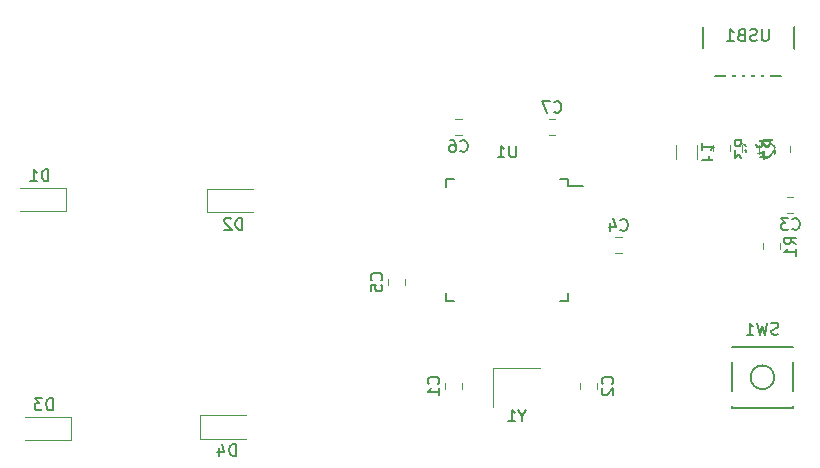
<source format=gbo>
G04 #@! TF.GenerationSoftware,KiCad,Pcbnew,(5.1.4)-1*
G04 #@! TF.CreationDate,2022-10-15T13:05:20-05:00*
G04 #@! TF.ProjectId,ai03-guide,61693033-2d67-4756-9964-652e6b696361,rev?*
G04 #@! TF.SameCoordinates,Original*
G04 #@! TF.FileFunction,Legend,Bot*
G04 #@! TF.FilePolarity,Positive*
%FSLAX46Y46*%
G04 Gerber Fmt 4.6, Leading zero omitted, Abs format (unit mm)*
G04 Created by KiCad (PCBNEW (5.1.4)-1) date 2022-10-15 13:05:20*
%MOMM*%
%LPD*%
G04 APERTURE LIST*
%ADD10C,0.120000*%
%ADD11C,0.150000*%
%ADD12R,1.502000X1.302000*%
%ADD13O,1.802000X2.802000*%
%ADD14R,0.602000X2.352000*%
%ADD15R,0.652000X1.602000*%
%ADD16R,1.602000X0.652000*%
%ADD17R,1.902000X1.202000*%
%ADD18C,0.100000*%
%ADD19C,1.077000*%
%ADD20C,1.852000*%
%ADD21C,2.352000*%
%ADD22C,4.089800*%
%ADD23C,2.352000*%
%ADD24C,1.352000*%
%ADD25R,1.002000X1.302000*%
G04 APERTURE END LIST*
D10*
X86907500Y-117397000D02*
X90907500Y-117397000D01*
X86907500Y-120697000D02*
X86907500Y-117397000D01*
D11*
X104660000Y-87250000D02*
X104660000Y-92700000D01*
X112360000Y-87250000D02*
X112360000Y-92700000D01*
X104660000Y-92700000D02*
X112360000Y-92700000D01*
X93288750Y-102001000D02*
X94563750Y-102001000D01*
X82938750Y-101426000D02*
X83613750Y-101426000D01*
X82938750Y-111776000D02*
X83613750Y-111776000D01*
X93288750Y-111776000D02*
X92613750Y-111776000D01*
X93288750Y-101426000D02*
X92613750Y-101426000D01*
X93288750Y-111776000D02*
X93288750Y-111101000D01*
X82938750Y-111776000D02*
X82938750Y-111101000D01*
X82938750Y-101426000D02*
X82938750Y-102101000D01*
X93288750Y-101426000D02*
X93288750Y-102001000D01*
X107120000Y-120820000D02*
X112320000Y-120820000D01*
X112320000Y-120820000D02*
X112320000Y-115620000D01*
X112320000Y-115620000D02*
X107120000Y-115620000D01*
X107120000Y-115620000D02*
X107120000Y-120820000D01*
X110720000Y-118220000D02*
G75*
G03X110720000Y-118220000I-1000000J0D01*
G01*
D10*
X112090000Y-98661422D02*
X112090000Y-99178578D01*
X110670000Y-98661422D02*
X110670000Y-99178578D01*
X105560000Y-99086078D02*
X105560000Y-98568922D01*
X106980000Y-99086078D02*
X106980000Y-98568922D01*
X108000000Y-99106078D02*
X108000000Y-98588922D01*
X109420000Y-99106078D02*
X109420000Y-98588922D01*
X109772500Y-107398578D02*
X109772500Y-106881422D01*
X111192500Y-107398578D02*
X111192500Y-106881422D01*
X102370000Y-99722064D02*
X102370000Y-98517936D01*
X104190000Y-99722064D02*
X104190000Y-98517936D01*
X62140000Y-123428000D02*
X66040000Y-123428000D01*
X62140000Y-121428000D02*
X66040000Y-121428000D01*
X62140000Y-123428000D02*
X62140000Y-121428000D01*
X51145000Y-121555000D02*
X47245000Y-121555000D01*
X51145000Y-123555000D02*
X47245000Y-123555000D01*
X51145000Y-121555000D02*
X51145000Y-123555000D01*
X62688640Y-104266240D02*
X66588640Y-104266240D01*
X62688640Y-102266240D02*
X66588640Y-102266240D01*
X62688640Y-104266240D02*
X62688640Y-102266240D01*
X50784320Y-102164640D02*
X46884320Y-102164640D01*
X50784320Y-104164640D02*
X46884320Y-104164640D01*
X50784320Y-102164640D02*
X50784320Y-104164640D01*
X92182328Y-97738000D02*
X91665172Y-97738000D01*
X92182328Y-96318000D02*
X91665172Y-96318000D01*
X83727672Y-96318000D02*
X84244828Y-96318000D01*
X83727672Y-97738000D02*
X84244828Y-97738000D01*
X79450000Y-109898922D02*
X79450000Y-110416078D01*
X78030000Y-109898922D02*
X78030000Y-110416078D01*
X97794578Y-107722500D02*
X97277422Y-107722500D01*
X97794578Y-106302500D02*
X97277422Y-106302500D01*
X111833922Y-102922000D02*
X112351078Y-102922000D01*
X111833922Y-104342000D02*
X112351078Y-104342000D01*
X94286000Y-119209078D02*
X94286000Y-118691922D01*
X95706000Y-119209078D02*
X95706000Y-118691922D01*
X84276000Y-118691922D02*
X84276000Y-119209078D01*
X82856000Y-118691922D02*
X82856000Y-119209078D01*
D11*
X89383690Y-121473190D02*
X89383690Y-121949380D01*
X89717023Y-120949380D02*
X89383690Y-121473190D01*
X89050357Y-120949380D01*
X88193214Y-121949380D02*
X88764642Y-121949380D01*
X88478928Y-121949380D02*
X88478928Y-120949380D01*
X88574166Y-121092238D01*
X88669404Y-121187476D01*
X88764642Y-121235095D01*
X110248095Y-88734380D02*
X110248095Y-89543904D01*
X110200476Y-89639142D01*
X110152857Y-89686761D01*
X110057619Y-89734380D01*
X109867142Y-89734380D01*
X109771904Y-89686761D01*
X109724285Y-89639142D01*
X109676666Y-89543904D01*
X109676666Y-88734380D01*
X109248095Y-89686761D02*
X109105238Y-89734380D01*
X108867142Y-89734380D01*
X108771904Y-89686761D01*
X108724285Y-89639142D01*
X108676666Y-89543904D01*
X108676666Y-89448666D01*
X108724285Y-89353428D01*
X108771904Y-89305809D01*
X108867142Y-89258190D01*
X109057619Y-89210571D01*
X109152857Y-89162952D01*
X109200476Y-89115333D01*
X109248095Y-89020095D01*
X109248095Y-88924857D01*
X109200476Y-88829619D01*
X109152857Y-88782000D01*
X109057619Y-88734380D01*
X108819523Y-88734380D01*
X108676666Y-88782000D01*
X107914761Y-89210571D02*
X107771904Y-89258190D01*
X107724285Y-89305809D01*
X107676666Y-89401047D01*
X107676666Y-89543904D01*
X107724285Y-89639142D01*
X107771904Y-89686761D01*
X107867142Y-89734380D01*
X108248095Y-89734380D01*
X108248095Y-88734380D01*
X107914761Y-88734380D01*
X107819523Y-88782000D01*
X107771904Y-88829619D01*
X107724285Y-88924857D01*
X107724285Y-89020095D01*
X107771904Y-89115333D01*
X107819523Y-89162952D01*
X107914761Y-89210571D01*
X108248095Y-89210571D01*
X106724285Y-89734380D02*
X107295714Y-89734380D01*
X107010000Y-89734380D02*
X107010000Y-88734380D01*
X107105238Y-88877238D01*
X107200476Y-88972476D01*
X107295714Y-89020095D01*
X88875654Y-98603380D02*
X88875654Y-99412904D01*
X88828035Y-99508142D01*
X88780416Y-99555761D01*
X88685178Y-99603380D01*
X88494702Y-99603380D01*
X88399464Y-99555761D01*
X88351845Y-99508142D01*
X88304226Y-99412904D01*
X88304226Y-98603380D01*
X87304226Y-99603380D02*
X87875654Y-99603380D01*
X87589940Y-99603380D02*
X87589940Y-98603380D01*
X87685178Y-98746238D01*
X87780416Y-98841476D01*
X87875654Y-98889095D01*
X111053333Y-114560761D02*
X110910476Y-114608380D01*
X110672380Y-114608380D01*
X110577142Y-114560761D01*
X110529523Y-114513142D01*
X110481904Y-114417904D01*
X110481904Y-114322666D01*
X110529523Y-114227428D01*
X110577142Y-114179809D01*
X110672380Y-114132190D01*
X110862857Y-114084571D01*
X110958095Y-114036952D01*
X111005714Y-113989333D01*
X111053333Y-113894095D01*
X111053333Y-113798857D01*
X111005714Y-113703619D01*
X110958095Y-113656000D01*
X110862857Y-113608380D01*
X110624761Y-113608380D01*
X110481904Y-113656000D01*
X110148571Y-113608380D02*
X109910476Y-114608380D01*
X109720000Y-113894095D01*
X109529523Y-114608380D01*
X109291428Y-113608380D01*
X108386666Y-114608380D02*
X108958095Y-114608380D01*
X108672380Y-114608380D02*
X108672380Y-113608380D01*
X108767619Y-113751238D01*
X108862857Y-113846476D01*
X108958095Y-113894095D01*
X110182380Y-98753333D02*
X109706190Y-98420000D01*
X110182380Y-98181904D02*
X109182380Y-98181904D01*
X109182380Y-98562857D01*
X109230000Y-98658095D01*
X109277619Y-98705714D01*
X109372857Y-98753333D01*
X109515714Y-98753333D01*
X109610952Y-98705714D01*
X109658571Y-98658095D01*
X109706190Y-98562857D01*
X109706190Y-98181904D01*
X109515714Y-99610476D02*
X110182380Y-99610476D01*
X109134761Y-99372380D02*
X109849047Y-99134285D01*
X109849047Y-99753333D01*
X108372380Y-98660833D02*
X107896190Y-98327500D01*
X108372380Y-98089404D02*
X107372380Y-98089404D01*
X107372380Y-98470357D01*
X107420000Y-98565595D01*
X107467619Y-98613214D01*
X107562857Y-98660833D01*
X107705714Y-98660833D01*
X107800952Y-98613214D01*
X107848571Y-98565595D01*
X107896190Y-98470357D01*
X107896190Y-98089404D01*
X107372380Y-98994166D02*
X107372380Y-99613214D01*
X107753333Y-99279880D01*
X107753333Y-99422738D01*
X107800952Y-99517976D01*
X107848571Y-99565595D01*
X107943809Y-99613214D01*
X108181904Y-99613214D01*
X108277142Y-99565595D01*
X108324761Y-99517976D01*
X108372380Y-99422738D01*
X108372380Y-99137023D01*
X108324761Y-99041785D01*
X108277142Y-98994166D01*
X110812380Y-98680833D02*
X110336190Y-98347500D01*
X110812380Y-98109404D02*
X109812380Y-98109404D01*
X109812380Y-98490357D01*
X109860000Y-98585595D01*
X109907619Y-98633214D01*
X110002857Y-98680833D01*
X110145714Y-98680833D01*
X110240952Y-98633214D01*
X110288571Y-98585595D01*
X110336190Y-98490357D01*
X110336190Y-98109404D01*
X109907619Y-99061785D02*
X109860000Y-99109404D01*
X109812380Y-99204642D01*
X109812380Y-99442738D01*
X109860000Y-99537976D01*
X109907619Y-99585595D01*
X110002857Y-99633214D01*
X110098095Y-99633214D01*
X110240952Y-99585595D01*
X110812380Y-99014166D01*
X110812380Y-99633214D01*
X112584880Y-106973333D02*
X112108690Y-106640000D01*
X112584880Y-106401904D02*
X111584880Y-106401904D01*
X111584880Y-106782857D01*
X111632500Y-106878095D01*
X111680119Y-106925714D01*
X111775357Y-106973333D01*
X111918214Y-106973333D01*
X112013452Y-106925714D01*
X112061071Y-106878095D01*
X112108690Y-106782857D01*
X112108690Y-106401904D01*
X112584880Y-107925714D02*
X112584880Y-107354285D01*
X112584880Y-107640000D02*
X111584880Y-107640000D01*
X111727738Y-107544761D01*
X111822976Y-107449523D01*
X111870595Y-107354285D01*
X105171428Y-99453333D02*
X105171428Y-99786666D01*
X104647619Y-99786666D02*
X105647619Y-99786666D01*
X105647619Y-99310476D01*
X104647619Y-98405714D02*
X104647619Y-98977142D01*
X104647619Y-98691428D02*
X105647619Y-98691428D01*
X105504761Y-98786666D01*
X105409523Y-98881904D01*
X105361904Y-98977142D01*
X65128095Y-124880380D02*
X65128095Y-123880380D01*
X64890000Y-123880380D01*
X64747142Y-123928000D01*
X64651904Y-124023238D01*
X64604285Y-124118476D01*
X64556666Y-124308952D01*
X64556666Y-124451809D01*
X64604285Y-124642285D01*
X64651904Y-124737523D01*
X64747142Y-124832761D01*
X64890000Y-124880380D01*
X65128095Y-124880380D01*
X63699523Y-124213714D02*
X63699523Y-124880380D01*
X63937619Y-123832761D02*
X64175714Y-124547047D01*
X63556666Y-124547047D01*
X49633095Y-121007380D02*
X49633095Y-120007380D01*
X49395000Y-120007380D01*
X49252142Y-120055000D01*
X49156904Y-120150238D01*
X49109285Y-120245476D01*
X49061666Y-120435952D01*
X49061666Y-120578809D01*
X49109285Y-120769285D01*
X49156904Y-120864523D01*
X49252142Y-120959761D01*
X49395000Y-121007380D01*
X49633095Y-121007380D01*
X48728333Y-120007380D02*
X48109285Y-120007380D01*
X48442619Y-120388333D01*
X48299761Y-120388333D01*
X48204523Y-120435952D01*
X48156904Y-120483571D01*
X48109285Y-120578809D01*
X48109285Y-120816904D01*
X48156904Y-120912142D01*
X48204523Y-120959761D01*
X48299761Y-121007380D01*
X48585476Y-121007380D01*
X48680714Y-120959761D01*
X48728333Y-120912142D01*
X65676735Y-105718620D02*
X65676735Y-104718620D01*
X65438640Y-104718620D01*
X65295782Y-104766240D01*
X65200544Y-104861478D01*
X65152925Y-104956716D01*
X65105306Y-105147192D01*
X65105306Y-105290049D01*
X65152925Y-105480525D01*
X65200544Y-105575763D01*
X65295782Y-105671001D01*
X65438640Y-105718620D01*
X65676735Y-105718620D01*
X64724354Y-104813859D02*
X64676735Y-104766240D01*
X64581497Y-104718620D01*
X64343401Y-104718620D01*
X64248163Y-104766240D01*
X64200544Y-104813859D01*
X64152925Y-104909097D01*
X64152925Y-105004335D01*
X64200544Y-105147192D01*
X64771973Y-105718620D01*
X64152925Y-105718620D01*
X49272415Y-101617020D02*
X49272415Y-100617020D01*
X49034320Y-100617020D01*
X48891462Y-100664640D01*
X48796224Y-100759878D01*
X48748605Y-100855116D01*
X48700986Y-101045592D01*
X48700986Y-101188449D01*
X48748605Y-101378925D01*
X48796224Y-101474163D01*
X48891462Y-101569401D01*
X49034320Y-101617020D01*
X49272415Y-101617020D01*
X47748605Y-101617020D02*
X48320034Y-101617020D01*
X48034320Y-101617020D02*
X48034320Y-100617020D01*
X48129558Y-100759878D01*
X48224796Y-100855116D01*
X48320034Y-100902735D01*
X92090416Y-95735142D02*
X92138035Y-95782761D01*
X92280892Y-95830380D01*
X92376130Y-95830380D01*
X92518988Y-95782761D01*
X92614226Y-95687523D01*
X92661845Y-95592285D01*
X92709464Y-95401809D01*
X92709464Y-95258952D01*
X92661845Y-95068476D01*
X92614226Y-94973238D01*
X92518988Y-94878000D01*
X92376130Y-94830380D01*
X92280892Y-94830380D01*
X92138035Y-94878000D01*
X92090416Y-94925619D01*
X91757083Y-94830380D02*
X91090416Y-94830380D01*
X91518988Y-95830380D01*
X84152916Y-99035142D02*
X84200535Y-99082761D01*
X84343392Y-99130380D01*
X84438630Y-99130380D01*
X84581488Y-99082761D01*
X84676726Y-98987523D01*
X84724345Y-98892285D01*
X84771964Y-98701809D01*
X84771964Y-98558952D01*
X84724345Y-98368476D01*
X84676726Y-98273238D01*
X84581488Y-98178000D01*
X84438630Y-98130380D01*
X84343392Y-98130380D01*
X84200535Y-98178000D01*
X84152916Y-98225619D01*
X83295773Y-98130380D02*
X83486250Y-98130380D01*
X83581488Y-98178000D01*
X83629107Y-98225619D01*
X83724345Y-98368476D01*
X83771964Y-98558952D01*
X83771964Y-98939904D01*
X83724345Y-99035142D01*
X83676726Y-99082761D01*
X83581488Y-99130380D01*
X83391011Y-99130380D01*
X83295773Y-99082761D01*
X83248154Y-99035142D01*
X83200535Y-98939904D01*
X83200535Y-98701809D01*
X83248154Y-98606571D01*
X83295773Y-98558952D01*
X83391011Y-98511333D01*
X83581488Y-98511333D01*
X83676726Y-98558952D01*
X83724345Y-98606571D01*
X83771964Y-98701809D01*
X77447142Y-109990833D02*
X77494761Y-109943214D01*
X77542380Y-109800357D01*
X77542380Y-109705119D01*
X77494761Y-109562261D01*
X77399523Y-109467023D01*
X77304285Y-109419404D01*
X77113809Y-109371785D01*
X76970952Y-109371785D01*
X76780476Y-109419404D01*
X76685238Y-109467023D01*
X76590000Y-109562261D01*
X76542380Y-109705119D01*
X76542380Y-109800357D01*
X76590000Y-109943214D01*
X76637619Y-109990833D01*
X76542380Y-110895595D02*
X76542380Y-110419404D01*
X77018571Y-110371785D01*
X76970952Y-110419404D01*
X76923333Y-110514642D01*
X76923333Y-110752738D01*
X76970952Y-110847976D01*
X77018571Y-110895595D01*
X77113809Y-110943214D01*
X77351904Y-110943214D01*
X77447142Y-110895595D01*
X77494761Y-110847976D01*
X77542380Y-110752738D01*
X77542380Y-110514642D01*
X77494761Y-110419404D01*
X77447142Y-110371785D01*
X97702666Y-105719642D02*
X97750285Y-105767261D01*
X97893142Y-105814880D01*
X97988380Y-105814880D01*
X98131238Y-105767261D01*
X98226476Y-105672023D01*
X98274095Y-105576785D01*
X98321714Y-105386309D01*
X98321714Y-105243452D01*
X98274095Y-105052976D01*
X98226476Y-104957738D01*
X98131238Y-104862500D01*
X97988380Y-104814880D01*
X97893142Y-104814880D01*
X97750285Y-104862500D01*
X97702666Y-104910119D01*
X96845523Y-105148214D02*
X96845523Y-105814880D01*
X97083619Y-104767261D02*
X97321714Y-105481547D01*
X96702666Y-105481547D01*
X112259166Y-105639142D02*
X112306785Y-105686761D01*
X112449642Y-105734380D01*
X112544880Y-105734380D01*
X112687738Y-105686761D01*
X112782976Y-105591523D01*
X112830595Y-105496285D01*
X112878214Y-105305809D01*
X112878214Y-105162952D01*
X112830595Y-104972476D01*
X112782976Y-104877238D01*
X112687738Y-104782000D01*
X112544880Y-104734380D01*
X112449642Y-104734380D01*
X112306785Y-104782000D01*
X112259166Y-104829619D01*
X111925833Y-104734380D02*
X111306785Y-104734380D01*
X111640119Y-105115333D01*
X111497261Y-105115333D01*
X111402023Y-105162952D01*
X111354404Y-105210571D01*
X111306785Y-105305809D01*
X111306785Y-105543904D01*
X111354404Y-105639142D01*
X111402023Y-105686761D01*
X111497261Y-105734380D01*
X111782976Y-105734380D01*
X111878214Y-105686761D01*
X111925833Y-105639142D01*
X97003142Y-118783833D02*
X97050761Y-118736214D01*
X97098380Y-118593357D01*
X97098380Y-118498119D01*
X97050761Y-118355261D01*
X96955523Y-118260023D01*
X96860285Y-118212404D01*
X96669809Y-118164785D01*
X96526952Y-118164785D01*
X96336476Y-118212404D01*
X96241238Y-118260023D01*
X96146000Y-118355261D01*
X96098380Y-118498119D01*
X96098380Y-118593357D01*
X96146000Y-118736214D01*
X96193619Y-118783833D01*
X96193619Y-119164785D02*
X96146000Y-119212404D01*
X96098380Y-119307642D01*
X96098380Y-119545738D01*
X96146000Y-119640976D01*
X96193619Y-119688595D01*
X96288857Y-119736214D01*
X96384095Y-119736214D01*
X96526952Y-119688595D01*
X97098380Y-119117166D01*
X97098380Y-119736214D01*
X82273142Y-118783833D02*
X82320761Y-118736214D01*
X82368380Y-118593357D01*
X82368380Y-118498119D01*
X82320761Y-118355261D01*
X82225523Y-118260023D01*
X82130285Y-118212404D01*
X81939809Y-118164785D01*
X81796952Y-118164785D01*
X81606476Y-118212404D01*
X81511238Y-118260023D01*
X81416000Y-118355261D01*
X81368380Y-118498119D01*
X81368380Y-118593357D01*
X81416000Y-118736214D01*
X81463619Y-118783833D01*
X82368380Y-119736214D02*
X82368380Y-119164785D01*
X82368380Y-119450500D02*
X81368380Y-119450500D01*
X81511238Y-119355261D01*
X81606476Y-119260023D01*
X81654095Y-119164785D01*
%LPC*%
D12*
X87807500Y-119897000D03*
X90007500Y-119897000D03*
X90007500Y-118197000D03*
X87807500Y-118197000D03*
D13*
X104860000Y-87250000D03*
X112160000Y-87250000D03*
X112160000Y-91750000D03*
X104860000Y-91750000D03*
D14*
X106910000Y-91750000D03*
X107710000Y-91750000D03*
X108510000Y-91750000D03*
X109310000Y-91750000D03*
X110110000Y-91750000D03*
D15*
X92113750Y-100901000D03*
X91313750Y-100901000D03*
X90513750Y-100901000D03*
X89713750Y-100901000D03*
X88913750Y-100901000D03*
X88113750Y-100901000D03*
X87313750Y-100901000D03*
X86513750Y-100901000D03*
X85713750Y-100901000D03*
X84913750Y-100901000D03*
X84113750Y-100901000D03*
D16*
X82413750Y-102601000D03*
X82413750Y-103401000D03*
X82413750Y-104201000D03*
X82413750Y-105001000D03*
X82413750Y-105801000D03*
X82413750Y-106601000D03*
X82413750Y-107401000D03*
X82413750Y-108201000D03*
X82413750Y-109001000D03*
X82413750Y-109801000D03*
X82413750Y-110601000D03*
D15*
X84113750Y-112301000D03*
X84913750Y-112301000D03*
X85713750Y-112301000D03*
X86513750Y-112301000D03*
X87313750Y-112301000D03*
X88113750Y-112301000D03*
X88913750Y-112301000D03*
X89713750Y-112301000D03*
X90513750Y-112301000D03*
X91313750Y-112301000D03*
X92113750Y-112301000D03*
D16*
X93813750Y-110601000D03*
X93813750Y-109801000D03*
X93813750Y-109001000D03*
X93813750Y-108201000D03*
X93813750Y-107401000D03*
X93813750Y-106601000D03*
X93813750Y-105801000D03*
X93813750Y-105001000D03*
X93813750Y-104201000D03*
X93813750Y-103401000D03*
X93813750Y-102601000D03*
D17*
X106620000Y-116370000D03*
X112820000Y-120070000D03*
X106620000Y-120070000D03*
X112820000Y-116370000D03*
D18*
G36*
X111888141Y-99320297D02*
G01*
X111914278Y-99324174D01*
X111939909Y-99330594D01*
X111964788Y-99339495D01*
X111988674Y-99350793D01*
X112011337Y-99364377D01*
X112032560Y-99380117D01*
X112052139Y-99397861D01*
X112069883Y-99417440D01*
X112085623Y-99438663D01*
X112099207Y-99461326D01*
X112110505Y-99485212D01*
X112119406Y-99510091D01*
X112125826Y-99535722D01*
X112129703Y-99561859D01*
X112131000Y-99588250D01*
X112131000Y-100126750D01*
X112129703Y-100153141D01*
X112125826Y-100179278D01*
X112119406Y-100204909D01*
X112110505Y-100229788D01*
X112099207Y-100253674D01*
X112085623Y-100276337D01*
X112069883Y-100297560D01*
X112052139Y-100317139D01*
X112032560Y-100334883D01*
X112011337Y-100350623D01*
X111988674Y-100364207D01*
X111964788Y-100375505D01*
X111939909Y-100384406D01*
X111914278Y-100390826D01*
X111888141Y-100394703D01*
X111861750Y-100396000D01*
X110898250Y-100396000D01*
X110871859Y-100394703D01*
X110845722Y-100390826D01*
X110820091Y-100384406D01*
X110795212Y-100375505D01*
X110771326Y-100364207D01*
X110748663Y-100350623D01*
X110727440Y-100334883D01*
X110707861Y-100317139D01*
X110690117Y-100297560D01*
X110674377Y-100276337D01*
X110660793Y-100253674D01*
X110649495Y-100229788D01*
X110640594Y-100204909D01*
X110634174Y-100179278D01*
X110630297Y-100153141D01*
X110629000Y-100126750D01*
X110629000Y-99588250D01*
X110630297Y-99561859D01*
X110634174Y-99535722D01*
X110640594Y-99510091D01*
X110649495Y-99485212D01*
X110660793Y-99461326D01*
X110674377Y-99438663D01*
X110690117Y-99417440D01*
X110707861Y-99397861D01*
X110727440Y-99380117D01*
X110748663Y-99364377D01*
X110771326Y-99350793D01*
X110795212Y-99339495D01*
X110820091Y-99330594D01*
X110845722Y-99324174D01*
X110871859Y-99320297D01*
X110898250Y-99319000D01*
X111861750Y-99319000D01*
X111888141Y-99320297D01*
X111888141Y-99320297D01*
G37*
D19*
X111380000Y-99857500D03*
D18*
G36*
X111888141Y-97445297D02*
G01*
X111914278Y-97449174D01*
X111939909Y-97455594D01*
X111964788Y-97464495D01*
X111988674Y-97475793D01*
X112011337Y-97489377D01*
X112032560Y-97505117D01*
X112052139Y-97522861D01*
X112069883Y-97542440D01*
X112085623Y-97563663D01*
X112099207Y-97586326D01*
X112110505Y-97610212D01*
X112119406Y-97635091D01*
X112125826Y-97660722D01*
X112129703Y-97686859D01*
X112131000Y-97713250D01*
X112131000Y-98251750D01*
X112129703Y-98278141D01*
X112125826Y-98304278D01*
X112119406Y-98329909D01*
X112110505Y-98354788D01*
X112099207Y-98378674D01*
X112085623Y-98401337D01*
X112069883Y-98422560D01*
X112052139Y-98442139D01*
X112032560Y-98459883D01*
X112011337Y-98475623D01*
X111988674Y-98489207D01*
X111964788Y-98500505D01*
X111939909Y-98509406D01*
X111914278Y-98515826D01*
X111888141Y-98519703D01*
X111861750Y-98521000D01*
X110898250Y-98521000D01*
X110871859Y-98519703D01*
X110845722Y-98515826D01*
X110820091Y-98509406D01*
X110795212Y-98500505D01*
X110771326Y-98489207D01*
X110748663Y-98475623D01*
X110727440Y-98459883D01*
X110707861Y-98442139D01*
X110690117Y-98422560D01*
X110674377Y-98401337D01*
X110660793Y-98378674D01*
X110649495Y-98354788D01*
X110640594Y-98329909D01*
X110634174Y-98304278D01*
X110630297Y-98278141D01*
X110629000Y-98251750D01*
X110629000Y-97713250D01*
X110630297Y-97686859D01*
X110634174Y-97660722D01*
X110640594Y-97635091D01*
X110649495Y-97610212D01*
X110660793Y-97586326D01*
X110674377Y-97563663D01*
X110690117Y-97542440D01*
X110707861Y-97522861D01*
X110727440Y-97505117D01*
X110748663Y-97489377D01*
X110771326Y-97475793D01*
X110795212Y-97464495D01*
X110820091Y-97455594D01*
X110845722Y-97449174D01*
X110871859Y-97445297D01*
X110898250Y-97444000D01*
X111861750Y-97444000D01*
X111888141Y-97445297D01*
X111888141Y-97445297D01*
G37*
D19*
X111380000Y-97982500D03*
D18*
G36*
X106778141Y-97352797D02*
G01*
X106804278Y-97356674D01*
X106829909Y-97363094D01*
X106854788Y-97371995D01*
X106878674Y-97383293D01*
X106901337Y-97396877D01*
X106922560Y-97412617D01*
X106942139Y-97430361D01*
X106959883Y-97449940D01*
X106975623Y-97471163D01*
X106989207Y-97493826D01*
X107000505Y-97517712D01*
X107009406Y-97542591D01*
X107015826Y-97568222D01*
X107019703Y-97594359D01*
X107021000Y-97620750D01*
X107021000Y-98159250D01*
X107019703Y-98185641D01*
X107015826Y-98211778D01*
X107009406Y-98237409D01*
X107000505Y-98262288D01*
X106989207Y-98286174D01*
X106975623Y-98308837D01*
X106959883Y-98330060D01*
X106942139Y-98349639D01*
X106922560Y-98367383D01*
X106901337Y-98383123D01*
X106878674Y-98396707D01*
X106854788Y-98408005D01*
X106829909Y-98416906D01*
X106804278Y-98423326D01*
X106778141Y-98427203D01*
X106751750Y-98428500D01*
X105788250Y-98428500D01*
X105761859Y-98427203D01*
X105735722Y-98423326D01*
X105710091Y-98416906D01*
X105685212Y-98408005D01*
X105661326Y-98396707D01*
X105638663Y-98383123D01*
X105617440Y-98367383D01*
X105597861Y-98349639D01*
X105580117Y-98330060D01*
X105564377Y-98308837D01*
X105550793Y-98286174D01*
X105539495Y-98262288D01*
X105530594Y-98237409D01*
X105524174Y-98211778D01*
X105520297Y-98185641D01*
X105519000Y-98159250D01*
X105519000Y-97620750D01*
X105520297Y-97594359D01*
X105524174Y-97568222D01*
X105530594Y-97542591D01*
X105539495Y-97517712D01*
X105550793Y-97493826D01*
X105564377Y-97471163D01*
X105580117Y-97449940D01*
X105597861Y-97430361D01*
X105617440Y-97412617D01*
X105638663Y-97396877D01*
X105661326Y-97383293D01*
X105685212Y-97371995D01*
X105710091Y-97363094D01*
X105735722Y-97356674D01*
X105761859Y-97352797D01*
X105788250Y-97351500D01*
X106751750Y-97351500D01*
X106778141Y-97352797D01*
X106778141Y-97352797D01*
G37*
D19*
X106270000Y-97890000D03*
D18*
G36*
X106778141Y-99227797D02*
G01*
X106804278Y-99231674D01*
X106829909Y-99238094D01*
X106854788Y-99246995D01*
X106878674Y-99258293D01*
X106901337Y-99271877D01*
X106922560Y-99287617D01*
X106942139Y-99305361D01*
X106959883Y-99324940D01*
X106975623Y-99346163D01*
X106989207Y-99368826D01*
X107000505Y-99392712D01*
X107009406Y-99417591D01*
X107015826Y-99443222D01*
X107019703Y-99469359D01*
X107021000Y-99495750D01*
X107021000Y-100034250D01*
X107019703Y-100060641D01*
X107015826Y-100086778D01*
X107009406Y-100112409D01*
X107000505Y-100137288D01*
X106989207Y-100161174D01*
X106975623Y-100183837D01*
X106959883Y-100205060D01*
X106942139Y-100224639D01*
X106922560Y-100242383D01*
X106901337Y-100258123D01*
X106878674Y-100271707D01*
X106854788Y-100283005D01*
X106829909Y-100291906D01*
X106804278Y-100298326D01*
X106778141Y-100302203D01*
X106751750Y-100303500D01*
X105788250Y-100303500D01*
X105761859Y-100302203D01*
X105735722Y-100298326D01*
X105710091Y-100291906D01*
X105685212Y-100283005D01*
X105661326Y-100271707D01*
X105638663Y-100258123D01*
X105617440Y-100242383D01*
X105597861Y-100224639D01*
X105580117Y-100205060D01*
X105564377Y-100183837D01*
X105550793Y-100161174D01*
X105539495Y-100137288D01*
X105530594Y-100112409D01*
X105524174Y-100086778D01*
X105520297Y-100060641D01*
X105519000Y-100034250D01*
X105519000Y-99495750D01*
X105520297Y-99469359D01*
X105524174Y-99443222D01*
X105530594Y-99417591D01*
X105539495Y-99392712D01*
X105550793Y-99368826D01*
X105564377Y-99346163D01*
X105580117Y-99324940D01*
X105597861Y-99305361D01*
X105617440Y-99287617D01*
X105638663Y-99271877D01*
X105661326Y-99258293D01*
X105685212Y-99246995D01*
X105710091Y-99238094D01*
X105735722Y-99231674D01*
X105761859Y-99227797D01*
X105788250Y-99226500D01*
X106751750Y-99226500D01*
X106778141Y-99227797D01*
X106778141Y-99227797D01*
G37*
D19*
X106270000Y-99765000D03*
D18*
G36*
X109218141Y-97372797D02*
G01*
X109244278Y-97376674D01*
X109269909Y-97383094D01*
X109294788Y-97391995D01*
X109318674Y-97403293D01*
X109341337Y-97416877D01*
X109362560Y-97432617D01*
X109382139Y-97450361D01*
X109399883Y-97469940D01*
X109415623Y-97491163D01*
X109429207Y-97513826D01*
X109440505Y-97537712D01*
X109449406Y-97562591D01*
X109455826Y-97588222D01*
X109459703Y-97614359D01*
X109461000Y-97640750D01*
X109461000Y-98179250D01*
X109459703Y-98205641D01*
X109455826Y-98231778D01*
X109449406Y-98257409D01*
X109440505Y-98282288D01*
X109429207Y-98306174D01*
X109415623Y-98328837D01*
X109399883Y-98350060D01*
X109382139Y-98369639D01*
X109362560Y-98387383D01*
X109341337Y-98403123D01*
X109318674Y-98416707D01*
X109294788Y-98428005D01*
X109269909Y-98436906D01*
X109244278Y-98443326D01*
X109218141Y-98447203D01*
X109191750Y-98448500D01*
X108228250Y-98448500D01*
X108201859Y-98447203D01*
X108175722Y-98443326D01*
X108150091Y-98436906D01*
X108125212Y-98428005D01*
X108101326Y-98416707D01*
X108078663Y-98403123D01*
X108057440Y-98387383D01*
X108037861Y-98369639D01*
X108020117Y-98350060D01*
X108004377Y-98328837D01*
X107990793Y-98306174D01*
X107979495Y-98282288D01*
X107970594Y-98257409D01*
X107964174Y-98231778D01*
X107960297Y-98205641D01*
X107959000Y-98179250D01*
X107959000Y-97640750D01*
X107960297Y-97614359D01*
X107964174Y-97588222D01*
X107970594Y-97562591D01*
X107979495Y-97537712D01*
X107990793Y-97513826D01*
X108004377Y-97491163D01*
X108020117Y-97469940D01*
X108037861Y-97450361D01*
X108057440Y-97432617D01*
X108078663Y-97416877D01*
X108101326Y-97403293D01*
X108125212Y-97391995D01*
X108150091Y-97383094D01*
X108175722Y-97376674D01*
X108201859Y-97372797D01*
X108228250Y-97371500D01*
X109191750Y-97371500D01*
X109218141Y-97372797D01*
X109218141Y-97372797D01*
G37*
D19*
X108710000Y-97910000D03*
D18*
G36*
X109218141Y-99247797D02*
G01*
X109244278Y-99251674D01*
X109269909Y-99258094D01*
X109294788Y-99266995D01*
X109318674Y-99278293D01*
X109341337Y-99291877D01*
X109362560Y-99307617D01*
X109382139Y-99325361D01*
X109399883Y-99344940D01*
X109415623Y-99366163D01*
X109429207Y-99388826D01*
X109440505Y-99412712D01*
X109449406Y-99437591D01*
X109455826Y-99463222D01*
X109459703Y-99489359D01*
X109461000Y-99515750D01*
X109461000Y-100054250D01*
X109459703Y-100080641D01*
X109455826Y-100106778D01*
X109449406Y-100132409D01*
X109440505Y-100157288D01*
X109429207Y-100181174D01*
X109415623Y-100203837D01*
X109399883Y-100225060D01*
X109382139Y-100244639D01*
X109362560Y-100262383D01*
X109341337Y-100278123D01*
X109318674Y-100291707D01*
X109294788Y-100303005D01*
X109269909Y-100311906D01*
X109244278Y-100318326D01*
X109218141Y-100322203D01*
X109191750Y-100323500D01*
X108228250Y-100323500D01*
X108201859Y-100322203D01*
X108175722Y-100318326D01*
X108150091Y-100311906D01*
X108125212Y-100303005D01*
X108101326Y-100291707D01*
X108078663Y-100278123D01*
X108057440Y-100262383D01*
X108037861Y-100244639D01*
X108020117Y-100225060D01*
X108004377Y-100203837D01*
X107990793Y-100181174D01*
X107979495Y-100157288D01*
X107970594Y-100132409D01*
X107964174Y-100106778D01*
X107960297Y-100080641D01*
X107959000Y-100054250D01*
X107959000Y-99515750D01*
X107960297Y-99489359D01*
X107964174Y-99463222D01*
X107970594Y-99437591D01*
X107979495Y-99412712D01*
X107990793Y-99388826D01*
X108004377Y-99366163D01*
X108020117Y-99344940D01*
X108037861Y-99325361D01*
X108057440Y-99307617D01*
X108078663Y-99291877D01*
X108101326Y-99278293D01*
X108125212Y-99266995D01*
X108150091Y-99258094D01*
X108175722Y-99251674D01*
X108201859Y-99247797D01*
X108228250Y-99246500D01*
X109191750Y-99246500D01*
X109218141Y-99247797D01*
X109218141Y-99247797D01*
G37*
D19*
X108710000Y-99785000D03*
D18*
G36*
X110990641Y-105665297D02*
G01*
X111016778Y-105669174D01*
X111042409Y-105675594D01*
X111067288Y-105684495D01*
X111091174Y-105695793D01*
X111113837Y-105709377D01*
X111135060Y-105725117D01*
X111154639Y-105742861D01*
X111172383Y-105762440D01*
X111188123Y-105783663D01*
X111201707Y-105806326D01*
X111213005Y-105830212D01*
X111221906Y-105855091D01*
X111228326Y-105880722D01*
X111232203Y-105906859D01*
X111233500Y-105933250D01*
X111233500Y-106471750D01*
X111232203Y-106498141D01*
X111228326Y-106524278D01*
X111221906Y-106549909D01*
X111213005Y-106574788D01*
X111201707Y-106598674D01*
X111188123Y-106621337D01*
X111172383Y-106642560D01*
X111154639Y-106662139D01*
X111135060Y-106679883D01*
X111113837Y-106695623D01*
X111091174Y-106709207D01*
X111067288Y-106720505D01*
X111042409Y-106729406D01*
X111016778Y-106735826D01*
X110990641Y-106739703D01*
X110964250Y-106741000D01*
X110000750Y-106741000D01*
X109974359Y-106739703D01*
X109948222Y-106735826D01*
X109922591Y-106729406D01*
X109897712Y-106720505D01*
X109873826Y-106709207D01*
X109851163Y-106695623D01*
X109829940Y-106679883D01*
X109810361Y-106662139D01*
X109792617Y-106642560D01*
X109776877Y-106621337D01*
X109763293Y-106598674D01*
X109751995Y-106574788D01*
X109743094Y-106549909D01*
X109736674Y-106524278D01*
X109732797Y-106498141D01*
X109731500Y-106471750D01*
X109731500Y-105933250D01*
X109732797Y-105906859D01*
X109736674Y-105880722D01*
X109743094Y-105855091D01*
X109751995Y-105830212D01*
X109763293Y-105806326D01*
X109776877Y-105783663D01*
X109792617Y-105762440D01*
X109810361Y-105742861D01*
X109829940Y-105725117D01*
X109851163Y-105709377D01*
X109873826Y-105695793D01*
X109897712Y-105684495D01*
X109922591Y-105675594D01*
X109948222Y-105669174D01*
X109974359Y-105665297D01*
X110000750Y-105664000D01*
X110964250Y-105664000D01*
X110990641Y-105665297D01*
X110990641Y-105665297D01*
G37*
D19*
X110482500Y-106202500D03*
D18*
G36*
X110990641Y-107540297D02*
G01*
X111016778Y-107544174D01*
X111042409Y-107550594D01*
X111067288Y-107559495D01*
X111091174Y-107570793D01*
X111113837Y-107584377D01*
X111135060Y-107600117D01*
X111154639Y-107617861D01*
X111172383Y-107637440D01*
X111188123Y-107658663D01*
X111201707Y-107681326D01*
X111213005Y-107705212D01*
X111221906Y-107730091D01*
X111228326Y-107755722D01*
X111232203Y-107781859D01*
X111233500Y-107808250D01*
X111233500Y-108346750D01*
X111232203Y-108373141D01*
X111228326Y-108399278D01*
X111221906Y-108424909D01*
X111213005Y-108449788D01*
X111201707Y-108473674D01*
X111188123Y-108496337D01*
X111172383Y-108517560D01*
X111154639Y-108537139D01*
X111135060Y-108554883D01*
X111113837Y-108570623D01*
X111091174Y-108584207D01*
X111067288Y-108595505D01*
X111042409Y-108604406D01*
X111016778Y-108610826D01*
X110990641Y-108614703D01*
X110964250Y-108616000D01*
X110000750Y-108616000D01*
X109974359Y-108614703D01*
X109948222Y-108610826D01*
X109922591Y-108604406D01*
X109897712Y-108595505D01*
X109873826Y-108584207D01*
X109851163Y-108570623D01*
X109829940Y-108554883D01*
X109810361Y-108537139D01*
X109792617Y-108517560D01*
X109776877Y-108496337D01*
X109763293Y-108473674D01*
X109751995Y-108449788D01*
X109743094Y-108424909D01*
X109736674Y-108399278D01*
X109732797Y-108373141D01*
X109731500Y-108346750D01*
X109731500Y-107808250D01*
X109732797Y-107781859D01*
X109736674Y-107755722D01*
X109743094Y-107730091D01*
X109751995Y-107705212D01*
X109763293Y-107681326D01*
X109776877Y-107658663D01*
X109792617Y-107637440D01*
X109810361Y-107617861D01*
X109829940Y-107600117D01*
X109851163Y-107584377D01*
X109873826Y-107570793D01*
X109897712Y-107559495D01*
X109922591Y-107550594D01*
X109948222Y-107544174D01*
X109974359Y-107540297D01*
X110000750Y-107539000D01*
X110964250Y-107539000D01*
X110990641Y-107540297D01*
X110990641Y-107540297D01*
G37*
D19*
X110482500Y-108077500D03*
D20*
X68580000Y-114046000D03*
X58420000Y-114046000D03*
D21*
X61000000Y-110046000D03*
D22*
X63500000Y-114046000D03*
D21*
X60345001Y-110776000D03*
D23*
X59690000Y-111506000D02*
X61000002Y-110046000D01*
D21*
X66040000Y-108966000D03*
X66020000Y-109256000D03*
D23*
X66000000Y-109546000D02*
X66040000Y-108966000D01*
D20*
X49530000Y-114046000D03*
X39370000Y-114046000D03*
D21*
X41950000Y-110046000D03*
D22*
X44450000Y-114046000D03*
D21*
X41295001Y-110776000D03*
D23*
X40640000Y-111506000D02*
X41950002Y-110046000D01*
D21*
X46990000Y-108966000D03*
X46970000Y-109256000D03*
D23*
X46950000Y-109546000D02*
X46990000Y-108966000D01*
D20*
X68580000Y-94996000D03*
X58420000Y-94996000D03*
D21*
X61000000Y-90996000D03*
D22*
X63500000Y-94996000D03*
D21*
X60345001Y-91726000D03*
D23*
X59690000Y-92456000D02*
X61000002Y-90996000D01*
D21*
X66040000Y-89916000D03*
X66020000Y-90206000D03*
D23*
X66000000Y-90496000D02*
X66040000Y-89916000D01*
D20*
X49530000Y-94985000D03*
X39370000Y-94985000D03*
D21*
X41950000Y-90985000D03*
D22*
X44450000Y-94985000D03*
D21*
X41295001Y-91715000D03*
D23*
X40640000Y-92445000D02*
X41950002Y-90985000D01*
D21*
X46990000Y-89905000D03*
X46970000Y-90195000D03*
D23*
X46950000Y-90485000D02*
X46990000Y-89905000D01*
D18*
G36*
X103962104Y-97045302D02*
G01*
X103988352Y-97049196D01*
X104014093Y-97055643D01*
X104039078Y-97064583D01*
X104063066Y-97075928D01*
X104085826Y-97089571D01*
X104107140Y-97105378D01*
X104126802Y-97123198D01*
X104144622Y-97142860D01*
X104160429Y-97164174D01*
X104174072Y-97186934D01*
X104185417Y-97210922D01*
X104194357Y-97235907D01*
X104200804Y-97261648D01*
X104204698Y-97287896D01*
X104206000Y-97314400D01*
X104206000Y-98125600D01*
X104204698Y-98152104D01*
X104200804Y-98178352D01*
X104194357Y-98204093D01*
X104185417Y-98229078D01*
X104174072Y-98253066D01*
X104160429Y-98275826D01*
X104144622Y-98297140D01*
X104126802Y-98316802D01*
X104107140Y-98334622D01*
X104085826Y-98350429D01*
X104063066Y-98364072D01*
X104039078Y-98375417D01*
X104014093Y-98384357D01*
X103988352Y-98390804D01*
X103962104Y-98394698D01*
X103935600Y-98396000D01*
X102624400Y-98396000D01*
X102597896Y-98394698D01*
X102571648Y-98390804D01*
X102545907Y-98384357D01*
X102520922Y-98375417D01*
X102496934Y-98364072D01*
X102474174Y-98350429D01*
X102452860Y-98334622D01*
X102433198Y-98316802D01*
X102415378Y-98297140D01*
X102399571Y-98275826D01*
X102385928Y-98253066D01*
X102374583Y-98229078D01*
X102365643Y-98204093D01*
X102359196Y-98178352D01*
X102355302Y-98152104D01*
X102354000Y-98125600D01*
X102354000Y-97314400D01*
X102355302Y-97287896D01*
X102359196Y-97261648D01*
X102365643Y-97235907D01*
X102374583Y-97210922D01*
X102385928Y-97186934D01*
X102399571Y-97164174D01*
X102415378Y-97142860D01*
X102433198Y-97123198D01*
X102452860Y-97105378D01*
X102474174Y-97089571D01*
X102496934Y-97075928D01*
X102520922Y-97064583D01*
X102545907Y-97055643D01*
X102571648Y-97049196D01*
X102597896Y-97045302D01*
X102624400Y-97044000D01*
X103935600Y-97044000D01*
X103962104Y-97045302D01*
X103962104Y-97045302D01*
G37*
D24*
X103280000Y-97720000D03*
D18*
G36*
X103962104Y-99845302D02*
G01*
X103988352Y-99849196D01*
X104014093Y-99855643D01*
X104039078Y-99864583D01*
X104063066Y-99875928D01*
X104085826Y-99889571D01*
X104107140Y-99905378D01*
X104126802Y-99923198D01*
X104144622Y-99942860D01*
X104160429Y-99964174D01*
X104174072Y-99986934D01*
X104185417Y-100010922D01*
X104194357Y-100035907D01*
X104200804Y-100061648D01*
X104204698Y-100087896D01*
X104206000Y-100114400D01*
X104206000Y-100925600D01*
X104204698Y-100952104D01*
X104200804Y-100978352D01*
X104194357Y-101004093D01*
X104185417Y-101029078D01*
X104174072Y-101053066D01*
X104160429Y-101075826D01*
X104144622Y-101097140D01*
X104126802Y-101116802D01*
X104107140Y-101134622D01*
X104085826Y-101150429D01*
X104063066Y-101164072D01*
X104039078Y-101175417D01*
X104014093Y-101184357D01*
X103988352Y-101190804D01*
X103962104Y-101194698D01*
X103935600Y-101196000D01*
X102624400Y-101196000D01*
X102597896Y-101194698D01*
X102571648Y-101190804D01*
X102545907Y-101184357D01*
X102520922Y-101175417D01*
X102496934Y-101164072D01*
X102474174Y-101150429D01*
X102452860Y-101134622D01*
X102433198Y-101116802D01*
X102415378Y-101097140D01*
X102399571Y-101075826D01*
X102385928Y-101053066D01*
X102374583Y-101029078D01*
X102365643Y-101004093D01*
X102359196Y-100978352D01*
X102355302Y-100952104D01*
X102354000Y-100925600D01*
X102354000Y-100114400D01*
X102355302Y-100087896D01*
X102359196Y-100061648D01*
X102365643Y-100035907D01*
X102374583Y-100010922D01*
X102385928Y-99986934D01*
X102399571Y-99964174D01*
X102415378Y-99942860D01*
X102433198Y-99923198D01*
X102452860Y-99905378D01*
X102474174Y-99889571D01*
X102496934Y-99875928D01*
X102520922Y-99864583D01*
X102545907Y-99855643D01*
X102571648Y-99849196D01*
X102597896Y-99845302D01*
X102624400Y-99844000D01*
X103935600Y-99844000D01*
X103962104Y-99845302D01*
X103962104Y-99845302D01*
G37*
D24*
X103280000Y-100520000D03*
D25*
X66040000Y-122428000D03*
X62740000Y-122428000D03*
X47245000Y-122555000D03*
X50545000Y-122555000D03*
X66588640Y-103266240D03*
X63288640Y-103266240D03*
X46884320Y-103164640D03*
X50184320Y-103164640D03*
D18*
G36*
X91281891Y-96278297D02*
G01*
X91308028Y-96282174D01*
X91333659Y-96288594D01*
X91358538Y-96297495D01*
X91382424Y-96308793D01*
X91405087Y-96322377D01*
X91426310Y-96338117D01*
X91445889Y-96355861D01*
X91463633Y-96375440D01*
X91479373Y-96396663D01*
X91492957Y-96419326D01*
X91504255Y-96443212D01*
X91513156Y-96468091D01*
X91519576Y-96493722D01*
X91523453Y-96519859D01*
X91524750Y-96546250D01*
X91524750Y-97509750D01*
X91523453Y-97536141D01*
X91519576Y-97562278D01*
X91513156Y-97587909D01*
X91504255Y-97612788D01*
X91492957Y-97636674D01*
X91479373Y-97659337D01*
X91463633Y-97680560D01*
X91445889Y-97700139D01*
X91426310Y-97717883D01*
X91405087Y-97733623D01*
X91382424Y-97747207D01*
X91358538Y-97758505D01*
X91333659Y-97767406D01*
X91308028Y-97773826D01*
X91281891Y-97777703D01*
X91255500Y-97779000D01*
X90717000Y-97779000D01*
X90690609Y-97777703D01*
X90664472Y-97773826D01*
X90638841Y-97767406D01*
X90613962Y-97758505D01*
X90590076Y-97747207D01*
X90567413Y-97733623D01*
X90546190Y-97717883D01*
X90526611Y-97700139D01*
X90508867Y-97680560D01*
X90493127Y-97659337D01*
X90479543Y-97636674D01*
X90468245Y-97612788D01*
X90459344Y-97587909D01*
X90452924Y-97562278D01*
X90449047Y-97536141D01*
X90447750Y-97509750D01*
X90447750Y-96546250D01*
X90449047Y-96519859D01*
X90452924Y-96493722D01*
X90459344Y-96468091D01*
X90468245Y-96443212D01*
X90479543Y-96419326D01*
X90493127Y-96396663D01*
X90508867Y-96375440D01*
X90526611Y-96355861D01*
X90546190Y-96338117D01*
X90567413Y-96322377D01*
X90590076Y-96308793D01*
X90613962Y-96297495D01*
X90638841Y-96288594D01*
X90664472Y-96282174D01*
X90690609Y-96278297D01*
X90717000Y-96277000D01*
X91255500Y-96277000D01*
X91281891Y-96278297D01*
X91281891Y-96278297D01*
G37*
D19*
X90986250Y-97028000D03*
D18*
G36*
X93156891Y-96278297D02*
G01*
X93183028Y-96282174D01*
X93208659Y-96288594D01*
X93233538Y-96297495D01*
X93257424Y-96308793D01*
X93280087Y-96322377D01*
X93301310Y-96338117D01*
X93320889Y-96355861D01*
X93338633Y-96375440D01*
X93354373Y-96396663D01*
X93367957Y-96419326D01*
X93379255Y-96443212D01*
X93388156Y-96468091D01*
X93394576Y-96493722D01*
X93398453Y-96519859D01*
X93399750Y-96546250D01*
X93399750Y-97509750D01*
X93398453Y-97536141D01*
X93394576Y-97562278D01*
X93388156Y-97587909D01*
X93379255Y-97612788D01*
X93367957Y-97636674D01*
X93354373Y-97659337D01*
X93338633Y-97680560D01*
X93320889Y-97700139D01*
X93301310Y-97717883D01*
X93280087Y-97733623D01*
X93257424Y-97747207D01*
X93233538Y-97758505D01*
X93208659Y-97767406D01*
X93183028Y-97773826D01*
X93156891Y-97777703D01*
X93130500Y-97779000D01*
X92592000Y-97779000D01*
X92565609Y-97777703D01*
X92539472Y-97773826D01*
X92513841Y-97767406D01*
X92488962Y-97758505D01*
X92465076Y-97747207D01*
X92442413Y-97733623D01*
X92421190Y-97717883D01*
X92401611Y-97700139D01*
X92383867Y-97680560D01*
X92368127Y-97659337D01*
X92354543Y-97636674D01*
X92343245Y-97612788D01*
X92334344Y-97587909D01*
X92327924Y-97562278D01*
X92324047Y-97536141D01*
X92322750Y-97509750D01*
X92322750Y-96546250D01*
X92324047Y-96519859D01*
X92327924Y-96493722D01*
X92334344Y-96468091D01*
X92343245Y-96443212D01*
X92354543Y-96419326D01*
X92368127Y-96396663D01*
X92383867Y-96375440D01*
X92401611Y-96355861D01*
X92421190Y-96338117D01*
X92442413Y-96322377D01*
X92465076Y-96308793D01*
X92488962Y-96297495D01*
X92513841Y-96288594D01*
X92539472Y-96282174D01*
X92565609Y-96278297D01*
X92592000Y-96277000D01*
X93130500Y-96277000D01*
X93156891Y-96278297D01*
X93156891Y-96278297D01*
G37*
D19*
X92861250Y-97028000D03*
D18*
G36*
X85219391Y-96278297D02*
G01*
X85245528Y-96282174D01*
X85271159Y-96288594D01*
X85296038Y-96297495D01*
X85319924Y-96308793D01*
X85342587Y-96322377D01*
X85363810Y-96338117D01*
X85383389Y-96355861D01*
X85401133Y-96375440D01*
X85416873Y-96396663D01*
X85430457Y-96419326D01*
X85441755Y-96443212D01*
X85450656Y-96468091D01*
X85457076Y-96493722D01*
X85460953Y-96519859D01*
X85462250Y-96546250D01*
X85462250Y-97509750D01*
X85460953Y-97536141D01*
X85457076Y-97562278D01*
X85450656Y-97587909D01*
X85441755Y-97612788D01*
X85430457Y-97636674D01*
X85416873Y-97659337D01*
X85401133Y-97680560D01*
X85383389Y-97700139D01*
X85363810Y-97717883D01*
X85342587Y-97733623D01*
X85319924Y-97747207D01*
X85296038Y-97758505D01*
X85271159Y-97767406D01*
X85245528Y-97773826D01*
X85219391Y-97777703D01*
X85193000Y-97779000D01*
X84654500Y-97779000D01*
X84628109Y-97777703D01*
X84601972Y-97773826D01*
X84576341Y-97767406D01*
X84551462Y-97758505D01*
X84527576Y-97747207D01*
X84504913Y-97733623D01*
X84483690Y-97717883D01*
X84464111Y-97700139D01*
X84446367Y-97680560D01*
X84430627Y-97659337D01*
X84417043Y-97636674D01*
X84405745Y-97612788D01*
X84396844Y-97587909D01*
X84390424Y-97562278D01*
X84386547Y-97536141D01*
X84385250Y-97509750D01*
X84385250Y-96546250D01*
X84386547Y-96519859D01*
X84390424Y-96493722D01*
X84396844Y-96468091D01*
X84405745Y-96443212D01*
X84417043Y-96419326D01*
X84430627Y-96396663D01*
X84446367Y-96375440D01*
X84464111Y-96355861D01*
X84483690Y-96338117D01*
X84504913Y-96322377D01*
X84527576Y-96308793D01*
X84551462Y-96297495D01*
X84576341Y-96288594D01*
X84601972Y-96282174D01*
X84628109Y-96278297D01*
X84654500Y-96277000D01*
X85193000Y-96277000D01*
X85219391Y-96278297D01*
X85219391Y-96278297D01*
G37*
D19*
X84923750Y-97028000D03*
D18*
G36*
X83344391Y-96278297D02*
G01*
X83370528Y-96282174D01*
X83396159Y-96288594D01*
X83421038Y-96297495D01*
X83444924Y-96308793D01*
X83467587Y-96322377D01*
X83488810Y-96338117D01*
X83508389Y-96355861D01*
X83526133Y-96375440D01*
X83541873Y-96396663D01*
X83555457Y-96419326D01*
X83566755Y-96443212D01*
X83575656Y-96468091D01*
X83582076Y-96493722D01*
X83585953Y-96519859D01*
X83587250Y-96546250D01*
X83587250Y-97509750D01*
X83585953Y-97536141D01*
X83582076Y-97562278D01*
X83575656Y-97587909D01*
X83566755Y-97612788D01*
X83555457Y-97636674D01*
X83541873Y-97659337D01*
X83526133Y-97680560D01*
X83508389Y-97700139D01*
X83488810Y-97717883D01*
X83467587Y-97733623D01*
X83444924Y-97747207D01*
X83421038Y-97758505D01*
X83396159Y-97767406D01*
X83370528Y-97773826D01*
X83344391Y-97777703D01*
X83318000Y-97779000D01*
X82779500Y-97779000D01*
X82753109Y-97777703D01*
X82726972Y-97773826D01*
X82701341Y-97767406D01*
X82676462Y-97758505D01*
X82652576Y-97747207D01*
X82629913Y-97733623D01*
X82608690Y-97717883D01*
X82589111Y-97700139D01*
X82571367Y-97680560D01*
X82555627Y-97659337D01*
X82542043Y-97636674D01*
X82530745Y-97612788D01*
X82521844Y-97587909D01*
X82515424Y-97562278D01*
X82511547Y-97536141D01*
X82510250Y-97509750D01*
X82510250Y-96546250D01*
X82511547Y-96519859D01*
X82515424Y-96493722D01*
X82521844Y-96468091D01*
X82530745Y-96443212D01*
X82542043Y-96419326D01*
X82555627Y-96396663D01*
X82571367Y-96375440D01*
X82589111Y-96355861D01*
X82608690Y-96338117D01*
X82629913Y-96322377D01*
X82652576Y-96308793D01*
X82676462Y-96297495D01*
X82701341Y-96288594D01*
X82726972Y-96282174D01*
X82753109Y-96278297D01*
X82779500Y-96277000D01*
X83318000Y-96277000D01*
X83344391Y-96278297D01*
X83344391Y-96278297D01*
G37*
D19*
X83048750Y-97028000D03*
D18*
G36*
X79248141Y-110557797D02*
G01*
X79274278Y-110561674D01*
X79299909Y-110568094D01*
X79324788Y-110576995D01*
X79348674Y-110588293D01*
X79371337Y-110601877D01*
X79392560Y-110617617D01*
X79412139Y-110635361D01*
X79429883Y-110654940D01*
X79445623Y-110676163D01*
X79459207Y-110698826D01*
X79470505Y-110722712D01*
X79479406Y-110747591D01*
X79485826Y-110773222D01*
X79489703Y-110799359D01*
X79491000Y-110825750D01*
X79491000Y-111364250D01*
X79489703Y-111390641D01*
X79485826Y-111416778D01*
X79479406Y-111442409D01*
X79470505Y-111467288D01*
X79459207Y-111491174D01*
X79445623Y-111513837D01*
X79429883Y-111535060D01*
X79412139Y-111554639D01*
X79392560Y-111572383D01*
X79371337Y-111588123D01*
X79348674Y-111601707D01*
X79324788Y-111613005D01*
X79299909Y-111621906D01*
X79274278Y-111628326D01*
X79248141Y-111632203D01*
X79221750Y-111633500D01*
X78258250Y-111633500D01*
X78231859Y-111632203D01*
X78205722Y-111628326D01*
X78180091Y-111621906D01*
X78155212Y-111613005D01*
X78131326Y-111601707D01*
X78108663Y-111588123D01*
X78087440Y-111572383D01*
X78067861Y-111554639D01*
X78050117Y-111535060D01*
X78034377Y-111513837D01*
X78020793Y-111491174D01*
X78009495Y-111467288D01*
X78000594Y-111442409D01*
X77994174Y-111416778D01*
X77990297Y-111390641D01*
X77989000Y-111364250D01*
X77989000Y-110825750D01*
X77990297Y-110799359D01*
X77994174Y-110773222D01*
X78000594Y-110747591D01*
X78009495Y-110722712D01*
X78020793Y-110698826D01*
X78034377Y-110676163D01*
X78050117Y-110654940D01*
X78067861Y-110635361D01*
X78087440Y-110617617D01*
X78108663Y-110601877D01*
X78131326Y-110588293D01*
X78155212Y-110576995D01*
X78180091Y-110568094D01*
X78205722Y-110561674D01*
X78231859Y-110557797D01*
X78258250Y-110556500D01*
X79221750Y-110556500D01*
X79248141Y-110557797D01*
X79248141Y-110557797D01*
G37*
D19*
X78740000Y-111095000D03*
D18*
G36*
X79248141Y-108682797D02*
G01*
X79274278Y-108686674D01*
X79299909Y-108693094D01*
X79324788Y-108701995D01*
X79348674Y-108713293D01*
X79371337Y-108726877D01*
X79392560Y-108742617D01*
X79412139Y-108760361D01*
X79429883Y-108779940D01*
X79445623Y-108801163D01*
X79459207Y-108823826D01*
X79470505Y-108847712D01*
X79479406Y-108872591D01*
X79485826Y-108898222D01*
X79489703Y-108924359D01*
X79491000Y-108950750D01*
X79491000Y-109489250D01*
X79489703Y-109515641D01*
X79485826Y-109541778D01*
X79479406Y-109567409D01*
X79470505Y-109592288D01*
X79459207Y-109616174D01*
X79445623Y-109638837D01*
X79429883Y-109660060D01*
X79412139Y-109679639D01*
X79392560Y-109697383D01*
X79371337Y-109713123D01*
X79348674Y-109726707D01*
X79324788Y-109738005D01*
X79299909Y-109746906D01*
X79274278Y-109753326D01*
X79248141Y-109757203D01*
X79221750Y-109758500D01*
X78258250Y-109758500D01*
X78231859Y-109757203D01*
X78205722Y-109753326D01*
X78180091Y-109746906D01*
X78155212Y-109738005D01*
X78131326Y-109726707D01*
X78108663Y-109713123D01*
X78087440Y-109697383D01*
X78067861Y-109679639D01*
X78050117Y-109660060D01*
X78034377Y-109638837D01*
X78020793Y-109616174D01*
X78009495Y-109592288D01*
X78000594Y-109567409D01*
X77994174Y-109541778D01*
X77990297Y-109515641D01*
X77989000Y-109489250D01*
X77989000Y-108950750D01*
X77990297Y-108924359D01*
X77994174Y-108898222D01*
X78000594Y-108872591D01*
X78009495Y-108847712D01*
X78020793Y-108823826D01*
X78034377Y-108801163D01*
X78050117Y-108779940D01*
X78067861Y-108760361D01*
X78087440Y-108742617D01*
X78108663Y-108726877D01*
X78131326Y-108713293D01*
X78155212Y-108701995D01*
X78180091Y-108693094D01*
X78205722Y-108686674D01*
X78231859Y-108682797D01*
X78258250Y-108681500D01*
X79221750Y-108681500D01*
X79248141Y-108682797D01*
X79248141Y-108682797D01*
G37*
D19*
X78740000Y-109220000D03*
D18*
G36*
X96894141Y-106262797D02*
G01*
X96920278Y-106266674D01*
X96945909Y-106273094D01*
X96970788Y-106281995D01*
X96994674Y-106293293D01*
X97017337Y-106306877D01*
X97038560Y-106322617D01*
X97058139Y-106340361D01*
X97075883Y-106359940D01*
X97091623Y-106381163D01*
X97105207Y-106403826D01*
X97116505Y-106427712D01*
X97125406Y-106452591D01*
X97131826Y-106478222D01*
X97135703Y-106504359D01*
X97137000Y-106530750D01*
X97137000Y-107494250D01*
X97135703Y-107520641D01*
X97131826Y-107546778D01*
X97125406Y-107572409D01*
X97116505Y-107597288D01*
X97105207Y-107621174D01*
X97091623Y-107643837D01*
X97075883Y-107665060D01*
X97058139Y-107684639D01*
X97038560Y-107702383D01*
X97017337Y-107718123D01*
X96994674Y-107731707D01*
X96970788Y-107743005D01*
X96945909Y-107751906D01*
X96920278Y-107758326D01*
X96894141Y-107762203D01*
X96867750Y-107763500D01*
X96329250Y-107763500D01*
X96302859Y-107762203D01*
X96276722Y-107758326D01*
X96251091Y-107751906D01*
X96226212Y-107743005D01*
X96202326Y-107731707D01*
X96179663Y-107718123D01*
X96158440Y-107702383D01*
X96138861Y-107684639D01*
X96121117Y-107665060D01*
X96105377Y-107643837D01*
X96091793Y-107621174D01*
X96080495Y-107597288D01*
X96071594Y-107572409D01*
X96065174Y-107546778D01*
X96061297Y-107520641D01*
X96060000Y-107494250D01*
X96060000Y-106530750D01*
X96061297Y-106504359D01*
X96065174Y-106478222D01*
X96071594Y-106452591D01*
X96080495Y-106427712D01*
X96091793Y-106403826D01*
X96105377Y-106381163D01*
X96121117Y-106359940D01*
X96138861Y-106340361D01*
X96158440Y-106322617D01*
X96179663Y-106306877D01*
X96202326Y-106293293D01*
X96226212Y-106281995D01*
X96251091Y-106273094D01*
X96276722Y-106266674D01*
X96302859Y-106262797D01*
X96329250Y-106261500D01*
X96867750Y-106261500D01*
X96894141Y-106262797D01*
X96894141Y-106262797D01*
G37*
D19*
X96598500Y-107012500D03*
D18*
G36*
X98769141Y-106262797D02*
G01*
X98795278Y-106266674D01*
X98820909Y-106273094D01*
X98845788Y-106281995D01*
X98869674Y-106293293D01*
X98892337Y-106306877D01*
X98913560Y-106322617D01*
X98933139Y-106340361D01*
X98950883Y-106359940D01*
X98966623Y-106381163D01*
X98980207Y-106403826D01*
X98991505Y-106427712D01*
X99000406Y-106452591D01*
X99006826Y-106478222D01*
X99010703Y-106504359D01*
X99012000Y-106530750D01*
X99012000Y-107494250D01*
X99010703Y-107520641D01*
X99006826Y-107546778D01*
X99000406Y-107572409D01*
X98991505Y-107597288D01*
X98980207Y-107621174D01*
X98966623Y-107643837D01*
X98950883Y-107665060D01*
X98933139Y-107684639D01*
X98913560Y-107702383D01*
X98892337Y-107718123D01*
X98869674Y-107731707D01*
X98845788Y-107743005D01*
X98820909Y-107751906D01*
X98795278Y-107758326D01*
X98769141Y-107762203D01*
X98742750Y-107763500D01*
X98204250Y-107763500D01*
X98177859Y-107762203D01*
X98151722Y-107758326D01*
X98126091Y-107751906D01*
X98101212Y-107743005D01*
X98077326Y-107731707D01*
X98054663Y-107718123D01*
X98033440Y-107702383D01*
X98013861Y-107684639D01*
X97996117Y-107665060D01*
X97980377Y-107643837D01*
X97966793Y-107621174D01*
X97955495Y-107597288D01*
X97946594Y-107572409D01*
X97940174Y-107546778D01*
X97936297Y-107520641D01*
X97935000Y-107494250D01*
X97935000Y-106530750D01*
X97936297Y-106504359D01*
X97940174Y-106478222D01*
X97946594Y-106452591D01*
X97955495Y-106427712D01*
X97966793Y-106403826D01*
X97980377Y-106381163D01*
X97996117Y-106359940D01*
X98013861Y-106340361D01*
X98033440Y-106322617D01*
X98054663Y-106306877D01*
X98077326Y-106293293D01*
X98101212Y-106281995D01*
X98126091Y-106273094D01*
X98151722Y-106266674D01*
X98177859Y-106262797D01*
X98204250Y-106261500D01*
X98742750Y-106261500D01*
X98769141Y-106262797D01*
X98769141Y-106262797D01*
G37*
D19*
X98473500Y-107012500D03*
D18*
G36*
X113325641Y-102882297D02*
G01*
X113351778Y-102886174D01*
X113377409Y-102892594D01*
X113402288Y-102901495D01*
X113426174Y-102912793D01*
X113448837Y-102926377D01*
X113470060Y-102942117D01*
X113489639Y-102959861D01*
X113507383Y-102979440D01*
X113523123Y-103000663D01*
X113536707Y-103023326D01*
X113548005Y-103047212D01*
X113556906Y-103072091D01*
X113563326Y-103097722D01*
X113567203Y-103123859D01*
X113568500Y-103150250D01*
X113568500Y-104113750D01*
X113567203Y-104140141D01*
X113563326Y-104166278D01*
X113556906Y-104191909D01*
X113548005Y-104216788D01*
X113536707Y-104240674D01*
X113523123Y-104263337D01*
X113507383Y-104284560D01*
X113489639Y-104304139D01*
X113470060Y-104321883D01*
X113448837Y-104337623D01*
X113426174Y-104351207D01*
X113402288Y-104362505D01*
X113377409Y-104371406D01*
X113351778Y-104377826D01*
X113325641Y-104381703D01*
X113299250Y-104383000D01*
X112760750Y-104383000D01*
X112734359Y-104381703D01*
X112708222Y-104377826D01*
X112682591Y-104371406D01*
X112657712Y-104362505D01*
X112633826Y-104351207D01*
X112611163Y-104337623D01*
X112589940Y-104321883D01*
X112570361Y-104304139D01*
X112552617Y-104284560D01*
X112536877Y-104263337D01*
X112523293Y-104240674D01*
X112511995Y-104216788D01*
X112503094Y-104191909D01*
X112496674Y-104166278D01*
X112492797Y-104140141D01*
X112491500Y-104113750D01*
X112491500Y-103150250D01*
X112492797Y-103123859D01*
X112496674Y-103097722D01*
X112503094Y-103072091D01*
X112511995Y-103047212D01*
X112523293Y-103023326D01*
X112536877Y-103000663D01*
X112552617Y-102979440D01*
X112570361Y-102959861D01*
X112589940Y-102942117D01*
X112611163Y-102926377D01*
X112633826Y-102912793D01*
X112657712Y-102901495D01*
X112682591Y-102892594D01*
X112708222Y-102886174D01*
X112734359Y-102882297D01*
X112760750Y-102881000D01*
X113299250Y-102881000D01*
X113325641Y-102882297D01*
X113325641Y-102882297D01*
G37*
D19*
X113030000Y-103632000D03*
D18*
G36*
X111450641Y-102882297D02*
G01*
X111476778Y-102886174D01*
X111502409Y-102892594D01*
X111527288Y-102901495D01*
X111551174Y-102912793D01*
X111573837Y-102926377D01*
X111595060Y-102942117D01*
X111614639Y-102959861D01*
X111632383Y-102979440D01*
X111648123Y-103000663D01*
X111661707Y-103023326D01*
X111673005Y-103047212D01*
X111681906Y-103072091D01*
X111688326Y-103097722D01*
X111692203Y-103123859D01*
X111693500Y-103150250D01*
X111693500Y-104113750D01*
X111692203Y-104140141D01*
X111688326Y-104166278D01*
X111681906Y-104191909D01*
X111673005Y-104216788D01*
X111661707Y-104240674D01*
X111648123Y-104263337D01*
X111632383Y-104284560D01*
X111614639Y-104304139D01*
X111595060Y-104321883D01*
X111573837Y-104337623D01*
X111551174Y-104351207D01*
X111527288Y-104362505D01*
X111502409Y-104371406D01*
X111476778Y-104377826D01*
X111450641Y-104381703D01*
X111424250Y-104383000D01*
X110885750Y-104383000D01*
X110859359Y-104381703D01*
X110833222Y-104377826D01*
X110807591Y-104371406D01*
X110782712Y-104362505D01*
X110758826Y-104351207D01*
X110736163Y-104337623D01*
X110714940Y-104321883D01*
X110695361Y-104304139D01*
X110677617Y-104284560D01*
X110661877Y-104263337D01*
X110648293Y-104240674D01*
X110636995Y-104216788D01*
X110628094Y-104191909D01*
X110621674Y-104166278D01*
X110617797Y-104140141D01*
X110616500Y-104113750D01*
X110616500Y-103150250D01*
X110617797Y-103123859D01*
X110621674Y-103097722D01*
X110628094Y-103072091D01*
X110636995Y-103047212D01*
X110648293Y-103023326D01*
X110661877Y-103000663D01*
X110677617Y-102979440D01*
X110695361Y-102959861D01*
X110714940Y-102942117D01*
X110736163Y-102926377D01*
X110758826Y-102912793D01*
X110782712Y-102901495D01*
X110807591Y-102892594D01*
X110833222Y-102886174D01*
X110859359Y-102882297D01*
X110885750Y-102881000D01*
X111424250Y-102881000D01*
X111450641Y-102882297D01*
X111450641Y-102882297D01*
G37*
D19*
X111155000Y-103632000D03*
D18*
G36*
X95504141Y-117475797D02*
G01*
X95530278Y-117479674D01*
X95555909Y-117486094D01*
X95580788Y-117494995D01*
X95604674Y-117506293D01*
X95627337Y-117519877D01*
X95648560Y-117535617D01*
X95668139Y-117553361D01*
X95685883Y-117572940D01*
X95701623Y-117594163D01*
X95715207Y-117616826D01*
X95726505Y-117640712D01*
X95735406Y-117665591D01*
X95741826Y-117691222D01*
X95745703Y-117717359D01*
X95747000Y-117743750D01*
X95747000Y-118282250D01*
X95745703Y-118308641D01*
X95741826Y-118334778D01*
X95735406Y-118360409D01*
X95726505Y-118385288D01*
X95715207Y-118409174D01*
X95701623Y-118431837D01*
X95685883Y-118453060D01*
X95668139Y-118472639D01*
X95648560Y-118490383D01*
X95627337Y-118506123D01*
X95604674Y-118519707D01*
X95580788Y-118531005D01*
X95555909Y-118539906D01*
X95530278Y-118546326D01*
X95504141Y-118550203D01*
X95477750Y-118551500D01*
X94514250Y-118551500D01*
X94487859Y-118550203D01*
X94461722Y-118546326D01*
X94436091Y-118539906D01*
X94411212Y-118531005D01*
X94387326Y-118519707D01*
X94364663Y-118506123D01*
X94343440Y-118490383D01*
X94323861Y-118472639D01*
X94306117Y-118453060D01*
X94290377Y-118431837D01*
X94276793Y-118409174D01*
X94265495Y-118385288D01*
X94256594Y-118360409D01*
X94250174Y-118334778D01*
X94246297Y-118308641D01*
X94245000Y-118282250D01*
X94245000Y-117743750D01*
X94246297Y-117717359D01*
X94250174Y-117691222D01*
X94256594Y-117665591D01*
X94265495Y-117640712D01*
X94276793Y-117616826D01*
X94290377Y-117594163D01*
X94306117Y-117572940D01*
X94323861Y-117553361D01*
X94343440Y-117535617D01*
X94364663Y-117519877D01*
X94387326Y-117506293D01*
X94411212Y-117494995D01*
X94436091Y-117486094D01*
X94461722Y-117479674D01*
X94487859Y-117475797D01*
X94514250Y-117474500D01*
X95477750Y-117474500D01*
X95504141Y-117475797D01*
X95504141Y-117475797D01*
G37*
D19*
X94996000Y-118013000D03*
D18*
G36*
X95504141Y-119350797D02*
G01*
X95530278Y-119354674D01*
X95555909Y-119361094D01*
X95580788Y-119369995D01*
X95604674Y-119381293D01*
X95627337Y-119394877D01*
X95648560Y-119410617D01*
X95668139Y-119428361D01*
X95685883Y-119447940D01*
X95701623Y-119469163D01*
X95715207Y-119491826D01*
X95726505Y-119515712D01*
X95735406Y-119540591D01*
X95741826Y-119566222D01*
X95745703Y-119592359D01*
X95747000Y-119618750D01*
X95747000Y-120157250D01*
X95745703Y-120183641D01*
X95741826Y-120209778D01*
X95735406Y-120235409D01*
X95726505Y-120260288D01*
X95715207Y-120284174D01*
X95701623Y-120306837D01*
X95685883Y-120328060D01*
X95668139Y-120347639D01*
X95648560Y-120365383D01*
X95627337Y-120381123D01*
X95604674Y-120394707D01*
X95580788Y-120406005D01*
X95555909Y-120414906D01*
X95530278Y-120421326D01*
X95504141Y-120425203D01*
X95477750Y-120426500D01*
X94514250Y-120426500D01*
X94487859Y-120425203D01*
X94461722Y-120421326D01*
X94436091Y-120414906D01*
X94411212Y-120406005D01*
X94387326Y-120394707D01*
X94364663Y-120381123D01*
X94343440Y-120365383D01*
X94323861Y-120347639D01*
X94306117Y-120328060D01*
X94290377Y-120306837D01*
X94276793Y-120284174D01*
X94265495Y-120260288D01*
X94256594Y-120235409D01*
X94250174Y-120209778D01*
X94246297Y-120183641D01*
X94245000Y-120157250D01*
X94245000Y-119618750D01*
X94246297Y-119592359D01*
X94250174Y-119566222D01*
X94256594Y-119540591D01*
X94265495Y-119515712D01*
X94276793Y-119491826D01*
X94290377Y-119469163D01*
X94306117Y-119447940D01*
X94323861Y-119428361D01*
X94343440Y-119410617D01*
X94364663Y-119394877D01*
X94387326Y-119381293D01*
X94411212Y-119369995D01*
X94436091Y-119361094D01*
X94461722Y-119354674D01*
X94487859Y-119350797D01*
X94514250Y-119349500D01*
X95477750Y-119349500D01*
X95504141Y-119350797D01*
X95504141Y-119350797D01*
G37*
D19*
X94996000Y-119888000D03*
D18*
G36*
X84074141Y-119350797D02*
G01*
X84100278Y-119354674D01*
X84125909Y-119361094D01*
X84150788Y-119369995D01*
X84174674Y-119381293D01*
X84197337Y-119394877D01*
X84218560Y-119410617D01*
X84238139Y-119428361D01*
X84255883Y-119447940D01*
X84271623Y-119469163D01*
X84285207Y-119491826D01*
X84296505Y-119515712D01*
X84305406Y-119540591D01*
X84311826Y-119566222D01*
X84315703Y-119592359D01*
X84317000Y-119618750D01*
X84317000Y-120157250D01*
X84315703Y-120183641D01*
X84311826Y-120209778D01*
X84305406Y-120235409D01*
X84296505Y-120260288D01*
X84285207Y-120284174D01*
X84271623Y-120306837D01*
X84255883Y-120328060D01*
X84238139Y-120347639D01*
X84218560Y-120365383D01*
X84197337Y-120381123D01*
X84174674Y-120394707D01*
X84150788Y-120406005D01*
X84125909Y-120414906D01*
X84100278Y-120421326D01*
X84074141Y-120425203D01*
X84047750Y-120426500D01*
X83084250Y-120426500D01*
X83057859Y-120425203D01*
X83031722Y-120421326D01*
X83006091Y-120414906D01*
X82981212Y-120406005D01*
X82957326Y-120394707D01*
X82934663Y-120381123D01*
X82913440Y-120365383D01*
X82893861Y-120347639D01*
X82876117Y-120328060D01*
X82860377Y-120306837D01*
X82846793Y-120284174D01*
X82835495Y-120260288D01*
X82826594Y-120235409D01*
X82820174Y-120209778D01*
X82816297Y-120183641D01*
X82815000Y-120157250D01*
X82815000Y-119618750D01*
X82816297Y-119592359D01*
X82820174Y-119566222D01*
X82826594Y-119540591D01*
X82835495Y-119515712D01*
X82846793Y-119491826D01*
X82860377Y-119469163D01*
X82876117Y-119447940D01*
X82893861Y-119428361D01*
X82913440Y-119410617D01*
X82934663Y-119394877D01*
X82957326Y-119381293D01*
X82981212Y-119369995D01*
X83006091Y-119361094D01*
X83031722Y-119354674D01*
X83057859Y-119350797D01*
X83084250Y-119349500D01*
X84047750Y-119349500D01*
X84074141Y-119350797D01*
X84074141Y-119350797D01*
G37*
D19*
X83566000Y-119888000D03*
D18*
G36*
X84074141Y-117475797D02*
G01*
X84100278Y-117479674D01*
X84125909Y-117486094D01*
X84150788Y-117494995D01*
X84174674Y-117506293D01*
X84197337Y-117519877D01*
X84218560Y-117535617D01*
X84238139Y-117553361D01*
X84255883Y-117572940D01*
X84271623Y-117594163D01*
X84285207Y-117616826D01*
X84296505Y-117640712D01*
X84305406Y-117665591D01*
X84311826Y-117691222D01*
X84315703Y-117717359D01*
X84317000Y-117743750D01*
X84317000Y-118282250D01*
X84315703Y-118308641D01*
X84311826Y-118334778D01*
X84305406Y-118360409D01*
X84296505Y-118385288D01*
X84285207Y-118409174D01*
X84271623Y-118431837D01*
X84255883Y-118453060D01*
X84238139Y-118472639D01*
X84218560Y-118490383D01*
X84197337Y-118506123D01*
X84174674Y-118519707D01*
X84150788Y-118531005D01*
X84125909Y-118539906D01*
X84100278Y-118546326D01*
X84074141Y-118550203D01*
X84047750Y-118551500D01*
X83084250Y-118551500D01*
X83057859Y-118550203D01*
X83031722Y-118546326D01*
X83006091Y-118539906D01*
X82981212Y-118531005D01*
X82957326Y-118519707D01*
X82934663Y-118506123D01*
X82913440Y-118490383D01*
X82893861Y-118472639D01*
X82876117Y-118453060D01*
X82860377Y-118431837D01*
X82846793Y-118409174D01*
X82835495Y-118385288D01*
X82826594Y-118360409D01*
X82820174Y-118334778D01*
X82816297Y-118308641D01*
X82815000Y-118282250D01*
X82815000Y-117743750D01*
X82816297Y-117717359D01*
X82820174Y-117691222D01*
X82826594Y-117665591D01*
X82835495Y-117640712D01*
X82846793Y-117616826D01*
X82860377Y-117594163D01*
X82876117Y-117572940D01*
X82893861Y-117553361D01*
X82913440Y-117535617D01*
X82934663Y-117519877D01*
X82957326Y-117506293D01*
X82981212Y-117494995D01*
X83006091Y-117486094D01*
X83031722Y-117479674D01*
X83057859Y-117475797D01*
X83084250Y-117474500D01*
X84047750Y-117474500D01*
X84074141Y-117475797D01*
X84074141Y-117475797D01*
G37*
D19*
X83566000Y-118013000D03*
M02*

</source>
